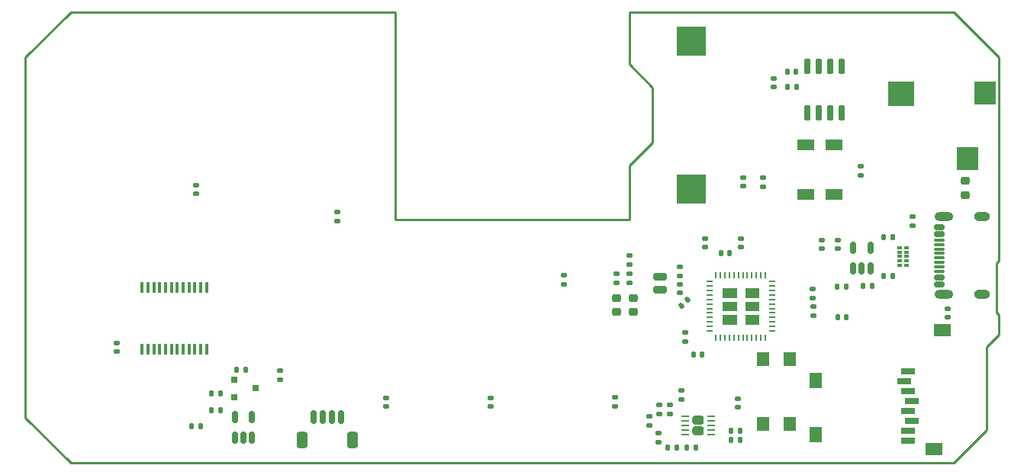
<source format=gbr>
%TF.GenerationSoftware,KiCad,Pcbnew,9.0.0*%
%TF.CreationDate,2025-08-25T22:56:13+01:00*%
%TF.ProjectId,FED3,46454433-2e6b-4696-9361-645f70636258,rev?*%
%TF.SameCoordinates,Original*%
%TF.FileFunction,Paste,Top*%
%TF.FilePolarity,Positive*%
%FSLAX46Y46*%
G04 Gerber Fmt 4.6, Leading zero omitted, Abs format (unit mm)*
G04 Created by KiCad (PCBNEW 9.0.0) date 2025-08-25 22:56:13*
%MOMM*%
%LPD*%
G01*
G04 APERTURE LIST*
G04 Aperture macros list*
%AMRoundRect*
0 Rectangle with rounded corners*
0 $1 Rounding radius*
0 $2 $3 $4 $5 $6 $7 $8 $9 X,Y pos of 4 corners*
0 Add a 4 corners polygon primitive as box body*
4,1,4,$2,$3,$4,$5,$6,$7,$8,$9,$2,$3,0*
0 Add four circle primitives for the rounded corners*
1,1,$1+$1,$2,$3*
1,1,$1+$1,$4,$5*
1,1,$1+$1,$6,$7*
1,1,$1+$1,$8,$9*
0 Add four rect primitives between the rounded corners*
20,1,$1+$1,$2,$3,$4,$5,0*
20,1,$1+$1,$4,$5,$6,$7,0*
20,1,$1+$1,$6,$7,$8,$9,0*
20,1,$1+$1,$8,$9,$2,$3,0*%
G04 Aperture macros list end*
%ADD10C,0.100000*%
%ADD11RoundRect,0.135000X-0.135000X-0.185000X0.135000X-0.185000X0.135000X0.185000X-0.135000X0.185000X0*%
%ADD12R,1.400000X1.600000*%
%ADD13RoundRect,0.140000X-0.170000X0.140000X-0.170000X-0.140000X0.170000X-0.140000X0.170000X0.140000X0*%
%ADD14RoundRect,0.140000X0.170000X-0.140000X0.170000X0.140000X-0.170000X0.140000X-0.170000X-0.140000X0*%
%ADD15RoundRect,0.200000X-0.550000X0.200000X-0.550000X-0.200000X0.550000X-0.200000X0.550000X0.200000X0*%
%ADD16RoundRect,0.135000X0.135000X0.185000X-0.135000X0.185000X-0.135000X-0.185000X0.135000X-0.185000X0*%
%ADD17RoundRect,0.135000X-0.185000X0.135000X-0.185000X-0.135000X0.185000X-0.135000X0.185000X0.135000X0*%
%ADD18RoundRect,0.140000X0.140000X0.170000X-0.140000X0.170000X-0.140000X-0.170000X0.140000X-0.170000X0*%
%ADD19R,3.200000X3.200000*%
%ADD20RoundRect,0.218750X-0.256250X0.218750X-0.256250X-0.218750X0.256250X-0.218750X0.256250X0.218750X0*%
%ADD21RoundRect,0.135000X0.185000X-0.135000X0.185000X0.135000X-0.185000X0.135000X-0.185000X-0.135000X0*%
%ADD22R,0.800000X0.700000*%
%ADD23RoundRect,0.075000X0.200000X-0.075000X0.200000X0.075000X-0.200000X0.075000X-0.200000X-0.075000X0*%
%ADD24R,0.400000X1.200000*%
%ADD25RoundRect,0.237500X0.397500X0.237500X-0.397500X0.237500X-0.397500X-0.237500X0.397500X-0.237500X0*%
%ADD26RoundRect,0.062500X0.350000X0.062500X-0.350000X0.062500X-0.350000X-0.062500X0.350000X-0.062500X0*%
%ADD27R,1.900000X1.300000*%
%ADD28RoundRect,0.150000X0.150000X-0.512500X0.150000X0.512500X-0.150000X0.512500X-0.150000X-0.512500X0*%
%ADD29R,1.500000X0.700000*%
%ADD30R,1.400000X1.800000*%
%ADD31R,1.900000X1.400000*%
%ADD32RoundRect,0.140000X-0.021213X0.219203X-0.219203X0.021213X0.021213X-0.219203X0.219203X-0.021213X0*%
%ADD33RoundRect,0.150000X0.150000X-0.725000X0.150000X0.725000X-0.150000X0.725000X-0.150000X-0.725000X0*%
%ADD34RoundRect,0.150000X0.150000X0.625000X-0.150000X0.625000X-0.150000X-0.625000X0.150000X-0.625000X0*%
%ADD35RoundRect,0.250000X0.350000X0.650000X-0.350000X0.650000X-0.350000X-0.650000X0.350000X-0.650000X0*%
%ADD36R,0.750000X0.250000*%
%ADD37R,0.250000X0.750000*%
%ADD38RoundRect,0.140000X-0.140000X-0.170000X0.140000X-0.170000X0.140000X0.170000X-0.140000X0.170000X0*%
%ADD39RoundRect,0.150000X0.425000X-0.150000X0.425000X0.150000X-0.425000X0.150000X-0.425000X-0.150000X0*%
%ADD40RoundRect,0.075000X0.500000X-0.075000X0.500000X0.075000X-0.500000X0.075000X-0.500000X-0.075000X0*%
%ADD41O,2.100000X1.000000*%
%ADD42O,1.800000X1.000000*%
%ADD43R,2.400000X2.550000*%
%ADD44R,2.900000X2.750000*%
%TA.AperFunction,Profile*%
%ADD45C,0.250000*%
%TD*%
G04 APERTURE END LIST*
D10*
%TO.C,U1*%
X173350000Y-111637500D02*
X171850000Y-111637500D01*
X171850000Y-110637500D01*
X173350000Y-110637500D01*
X173350000Y-111637500D01*
G36*
X173350000Y-111637500D02*
G01*
X171850000Y-111637500D01*
X171850000Y-110637500D01*
X173350000Y-110637500D01*
X173350000Y-111637500D01*
G37*
X173350000Y-113137500D02*
X171850000Y-113137500D01*
X171850000Y-112137500D01*
X173350000Y-112137500D01*
X173350000Y-113137500D01*
G36*
X173350000Y-113137500D02*
G01*
X171850000Y-113137500D01*
X171850000Y-112137500D01*
X173350000Y-112137500D01*
X173350000Y-113137500D01*
G37*
X173350000Y-114637500D02*
X171850000Y-114637500D01*
X171850000Y-113637500D01*
X173350000Y-113637500D01*
X173350000Y-114637500D01*
G36*
X173350000Y-114637500D02*
G01*
X171850000Y-114637500D01*
X171850000Y-113637500D01*
X173350000Y-113637500D01*
X173350000Y-114637500D01*
G37*
X175850000Y-111637500D02*
X174350000Y-111637500D01*
X174350000Y-110637500D01*
X175850000Y-110637500D01*
X175850000Y-111637500D01*
G36*
X175850000Y-111637500D02*
G01*
X174350000Y-111637500D01*
X174350000Y-110637500D01*
X175850000Y-110637500D01*
X175850000Y-111637500D01*
G37*
X175850000Y-113137500D02*
X174350000Y-113137500D01*
X174350000Y-112137500D01*
X175850000Y-112137500D01*
X175850000Y-113137500D01*
G36*
X175850000Y-113137500D02*
G01*
X174350000Y-113137500D01*
X174350000Y-112137500D01*
X175850000Y-112137500D01*
X175850000Y-113137500D01*
G37*
X175850000Y-114637500D02*
X174350000Y-114637500D01*
X174350000Y-113637500D01*
X175850000Y-113637500D01*
X175850000Y-114637500D01*
G36*
X175850000Y-114637500D02*
G01*
X174350000Y-114637500D01*
X174350000Y-113637500D01*
X175850000Y-113637500D01*
X175850000Y-114637500D01*
G37*
%TD*%
D11*
%TO.C,R26*%
X172762079Y-127521048D03*
X173782079Y-127521048D03*
%TD*%
D12*
%TO.C,SW2*%
X179300000Y-118525000D03*
X179300000Y-125725000D03*
X176300000Y-118525000D03*
X176300000Y-125725000D03*
%TD*%
D13*
%TO.C,C18*%
X167100000Y-110220000D03*
X167100000Y-111180000D03*
%TD*%
D14*
%TO.C,C17*%
X167100000Y-109252500D03*
X167100000Y-108292500D03*
%TD*%
D11*
%TO.C,R17*%
X167890000Y-128300000D03*
X168910000Y-128300000D03*
%TD*%
D13*
%TO.C,C21*%
X196860000Y-112890000D03*
X196860000Y-113850000D03*
%TD*%
D15*
%TO.C,X2*%
X164870000Y-109347500D03*
X164870000Y-110847500D03*
%TD*%
D16*
%TO.C,R24*%
X190756000Y-104927400D03*
X189736000Y-104927400D03*
%TD*%
D11*
%TO.C,R6*%
X179010000Y-88300000D03*
X180030000Y-88300000D03*
%TD*%
D17*
%TO.C,R25*%
X192900000Y-102710000D03*
X192900000Y-103730000D03*
%TD*%
D14*
%TO.C,C10*%
X174155500Y-99292400D03*
X174155500Y-98332400D03*
%TD*%
D18*
%TO.C,C1*%
X179980000Y-86600000D03*
X179020000Y-86600000D03*
%TD*%
D19*
%TO.C,B1*%
X168415100Y-83170200D03*
X168415100Y-99621000D03*
%TD*%
D20*
%TO.C,CHG0*%
X198790000Y-98732500D03*
X198790000Y-100307500D03*
%TD*%
%TO.C,L1*%
X161940000Y-111732500D03*
X161940000Y-113307500D03*
%TD*%
D17*
%TO.C,R5*%
X181900000Y-112690000D03*
X181900000Y-113710000D03*
%TD*%
D21*
%TO.C,R14*%
X167309800Y-123038400D03*
X167309800Y-122018400D03*
%TD*%
D14*
%TO.C,C8*%
X134500000Y-123780000D03*
X134500000Y-122820000D03*
%TD*%
D22*
%TO.C,Q1*%
X117650000Y-120812500D03*
X117650000Y-122712500D03*
X120050000Y-121762500D03*
%TD*%
D23*
%TO.C,D1*%
X192227200Y-108121200D03*
X192227200Y-107621200D03*
X192227200Y-107121200D03*
X192227200Y-106621200D03*
X192227200Y-106121200D03*
X191457200Y-106121200D03*
X191457200Y-106621200D03*
X191457200Y-107121200D03*
X191457200Y-107621200D03*
X191457200Y-108121200D03*
%TD*%
D14*
%TO.C,C6*%
X159950000Y-123730000D03*
X159950000Y-122770000D03*
%TD*%
D13*
%TO.C,C3*%
X104600000Y-116720000D03*
X104600000Y-117680000D03*
%TD*%
%TO.C,C16*%
X164750000Y-126770000D03*
X164750000Y-127730000D03*
%TD*%
D21*
%TO.C,R12*%
X167670000Y-116535000D03*
X167670000Y-115515000D03*
%TD*%
D24*
%TO.C,IC2*%
X114586100Y-110581600D03*
X113936100Y-110581600D03*
X113286100Y-110581600D03*
X112636100Y-110581600D03*
X111986100Y-110581600D03*
X111336100Y-110581600D03*
X110686100Y-110581600D03*
X110036100Y-110581600D03*
X109386100Y-110581600D03*
X108736100Y-110581600D03*
X108086100Y-110581600D03*
X107436100Y-110581600D03*
X107436100Y-117421600D03*
X108086100Y-117421600D03*
X108736100Y-117421600D03*
X109386100Y-117421600D03*
X110036100Y-117421600D03*
X110686100Y-117421600D03*
X111336100Y-117421600D03*
X111986100Y-117421600D03*
X112636100Y-117421600D03*
X113286100Y-117421600D03*
X113936100Y-117421600D03*
X114586100Y-117421600D03*
%TD*%
D16*
%TO.C,R23*%
X190756000Y-109321600D03*
X189736000Y-109321600D03*
%TD*%
D25*
%TO.C,U3*%
X169170600Y-126490000D03*
X169170600Y-125310000D03*
D26*
X170608100Y-126900000D03*
X170608100Y-126400000D03*
X170608100Y-125900000D03*
X170608100Y-125400000D03*
X170608100Y-124900000D03*
X167733100Y-124900000D03*
X167733100Y-125400000D03*
X167733100Y-125900000D03*
X167733100Y-126400000D03*
X167733100Y-126900000D03*
%TD*%
D27*
%TO.C,X1*%
X181039100Y-94741600D03*
X181039100Y-100241600D03*
X184239100Y-100241600D03*
X184239100Y-94741600D03*
%TD*%
D11*
%TO.C,R8*%
X115090000Y-122300000D03*
X116110000Y-122300000D03*
%TD*%
D28*
%TO.C,IC1*%
X117750000Y-127237500D03*
X118700000Y-127237500D03*
X119650000Y-127237500D03*
X119650000Y-124962500D03*
X117750000Y-124962500D03*
%TD*%
D14*
%TO.C,C19*%
X173880000Y-106067500D03*
X173880000Y-105107500D03*
%TD*%
D29*
%TO.C,X4*%
X192410000Y-119900000D03*
X192010000Y-121000000D03*
X192410000Y-122100000D03*
X192810000Y-123200000D03*
X192410000Y-124300000D03*
X192810000Y-125400000D03*
X192410000Y-126500000D03*
X192410000Y-127600000D03*
D30*
X182210000Y-126900000D03*
X182210000Y-120900000D03*
D31*
X195310000Y-128500000D03*
X196210000Y-115300000D03*
%TD*%
D32*
%TO.C,C23*%
X167959411Y-111940589D03*
X167280589Y-112619411D03*
%TD*%
D21*
%TO.C,R15*%
X160080000Y-110030000D03*
X160080000Y-109010000D03*
%TD*%
D11*
%TO.C,R11*%
X187390000Y-110400000D03*
X188410000Y-110400000D03*
%TD*%
D20*
%TO.C,L0*%
X160050000Y-111732500D03*
X160050000Y-113307500D03*
%TD*%
D33*
%TO.C,IC4*%
X181242100Y-91176600D03*
X182512100Y-91176600D03*
X183782100Y-91176600D03*
X185052100Y-91176600D03*
X185052100Y-86026600D03*
X183782100Y-86026600D03*
X182512100Y-86026600D03*
X181242100Y-86026600D03*
%TD*%
D14*
%TO.C,C15*%
X184625000Y-106230000D03*
X184625000Y-105270000D03*
%TD*%
%TO.C,C7*%
X146150000Y-123780000D03*
X146150000Y-122820000D03*
%TD*%
D34*
%TO.C,AUX_I2C0*%
X129500000Y-124975000D03*
X128500000Y-124975000D03*
X127500000Y-124975000D03*
X126500000Y-124975000D03*
D35*
X130800000Y-127500000D03*
X125200000Y-127500000D03*
%TD*%
D18*
%TO.C,C4*%
X113905000Y-125950000D03*
X112945000Y-125950000D03*
%TD*%
D14*
%TO.C,C12*%
X169880000Y-106067500D03*
X169880000Y-105107500D03*
%TD*%
D16*
%TO.C,R16*%
X166795400Y-128300000D03*
X165775400Y-128300000D03*
%TD*%
D21*
%TO.C,R13*%
X161550000Y-108010000D03*
X161550000Y-106990000D03*
%TD*%
D36*
%TO.C,U1*%
X170375000Y-109887500D03*
X170375000Y-110387500D03*
X170375000Y-110887500D03*
X170375000Y-111387500D03*
X170375000Y-111887500D03*
X170375000Y-112387500D03*
X170375000Y-112887500D03*
X170375000Y-113387500D03*
X170375000Y-113887500D03*
X170375000Y-114387500D03*
X170375000Y-114887500D03*
X170375000Y-115387500D03*
D37*
X171100000Y-116112500D03*
X171600000Y-116112500D03*
X172100000Y-116112500D03*
X172600000Y-116112500D03*
X173100000Y-116112500D03*
X173600000Y-116112500D03*
X174100000Y-116112500D03*
X174600000Y-116112500D03*
X175100000Y-116112500D03*
X175600000Y-116112500D03*
X176100000Y-116112500D03*
X176600000Y-116112500D03*
D36*
X177325000Y-115387500D03*
X177325000Y-114887500D03*
X177325000Y-114387500D03*
X177325000Y-113887500D03*
X177325000Y-113387500D03*
X177325000Y-112887500D03*
X177325000Y-112387500D03*
X177325000Y-111887500D03*
X177325000Y-111387500D03*
X177325000Y-110887500D03*
X177325000Y-110387500D03*
X177325000Y-109887500D03*
D37*
X176600000Y-109162500D03*
X176100000Y-109162500D03*
X175600000Y-109162500D03*
X175100000Y-109162500D03*
X174600000Y-109162500D03*
X174100000Y-109162500D03*
X173600000Y-109162500D03*
X173100000Y-109162500D03*
X172600000Y-109162500D03*
X172100000Y-109162500D03*
X171600000Y-109162500D03*
X171100000Y-109162500D03*
%TD*%
D14*
%TO.C,C2*%
X177500000Y-88280000D03*
X177500000Y-87320000D03*
%TD*%
D38*
%TO.C,C14*%
X184620000Y-113850000D03*
X185580000Y-113850000D03*
%TD*%
D18*
%TO.C,C22*%
X169550000Y-117980000D03*
X168590000Y-117980000D03*
%TD*%
D14*
%TO.C,C13*%
X182825000Y-106280000D03*
X182825000Y-105320000D03*
%TD*%
D17*
%TO.C,R10*%
X187150000Y-97100000D03*
X187150000Y-98120000D03*
%TD*%
%TO.C,R21*%
X161550000Y-109010000D03*
X161550000Y-110030000D03*
%TD*%
%TO.C,R4*%
X181850000Y-110690000D03*
X181850000Y-111710000D03*
%TD*%
D21*
%TO.C,R9*%
X122760000Y-120840000D03*
X122760000Y-119820000D03*
%TD*%
%TO.C,R20*%
X163700000Y-125860000D03*
X163700000Y-124840000D03*
%TD*%
%TO.C,R1*%
X129100000Y-103210000D03*
X129100000Y-102190000D03*
%TD*%
%TO.C,R18*%
X164800000Y-124585000D03*
X164800000Y-123565000D03*
%TD*%
%TO.C,R3*%
X176309100Y-99353600D03*
X176309100Y-98333600D03*
%TD*%
D18*
%TO.C,C11*%
X185530000Y-110450000D03*
X184570000Y-110450000D03*
%TD*%
D39*
%TO.C,J3*%
X195854200Y-110233600D03*
X195854200Y-109433600D03*
D40*
X195854200Y-108283600D03*
X195854200Y-107283600D03*
X195854200Y-106783600D03*
X195854200Y-105783600D03*
D39*
X195854200Y-104633600D03*
X195854200Y-103833600D03*
X195854200Y-103833600D03*
X195854200Y-104633600D03*
D40*
X195854200Y-105283600D03*
X195854200Y-106283600D03*
X195854200Y-107783600D03*
X195854200Y-108783600D03*
D39*
X195854200Y-109433600D03*
X195854200Y-110233600D03*
D41*
X196429200Y-111353600D03*
D42*
X200609200Y-111353600D03*
D41*
X196429200Y-102713600D03*
D42*
X200609200Y-102713600D03*
%TD*%
D21*
%TO.C,R19*%
X166000000Y-124585000D03*
X166000000Y-123565000D03*
%TD*%
D18*
%TO.C,C24*%
X172640000Y-106780000D03*
X171680000Y-106780000D03*
%TD*%
D11*
%TO.C,R22*%
X117880000Y-119700000D03*
X118900000Y-119700000D03*
%TD*%
D38*
%TO.C,C20*%
X172820000Y-126475000D03*
X173780000Y-126475000D03*
%TD*%
D14*
%TO.C,C5*%
X173500000Y-123880000D03*
X173500000Y-122920000D03*
%TD*%
D21*
%TO.C,R2*%
X154200000Y-110210000D03*
X154200000Y-109190000D03*
%TD*%
D13*
%TO.C,C9*%
X113390000Y-99210000D03*
X113390000Y-100170000D03*
%TD*%
D16*
%TO.C,R7*%
X116110000Y-124150000D03*
X115090000Y-124150000D03*
%TD*%
D43*
%TO.C,EXT0*%
X199044300Y-96289800D03*
D44*
X191644300Y-89039800D03*
D43*
X200944300Y-88939800D03*
%TD*%
D28*
%TO.C,U2*%
X186350000Y-108437500D03*
X187300000Y-108437500D03*
X188250000Y-108437500D03*
X188250000Y-106162500D03*
X186350000Y-106162500D03*
%TD*%
D45*
X201101100Y-126403600D02*
X201101100Y-117203600D01*
X161501100Y-103003600D02*
X135501100Y-103003600D01*
X161501100Y-80003600D02*
X161501100Y-85751600D01*
X161501100Y-85751600D02*
X164097100Y-88347600D01*
X99501100Y-80003600D02*
X94501100Y-85003600D01*
X202221100Y-107883600D02*
X202501100Y-107603600D01*
X202501100Y-85003600D02*
X197501100Y-80003600D01*
X202221100Y-113323600D02*
X202221100Y-107883600D01*
X202501100Y-107603600D02*
X202501100Y-85003600D01*
X161501100Y-96983600D02*
X161501100Y-103003600D01*
X202501100Y-113603600D02*
X202221100Y-113323600D01*
X135501100Y-103003600D02*
X135501100Y-80003600D01*
X94501100Y-125003600D02*
X99501100Y-130003600D01*
X164097100Y-88347600D02*
X164097100Y-94443600D01*
X197501100Y-130003600D02*
X201101100Y-126403600D01*
X197501100Y-80003600D02*
X161501100Y-80003600D01*
X202501100Y-115803600D02*
X202501100Y-113603600D01*
X94501100Y-85003600D02*
X94501100Y-125003600D01*
X99501100Y-130003600D02*
X197501100Y-130003600D01*
X164097100Y-94443600D02*
X161501100Y-96983600D01*
X201101100Y-117203600D02*
X202501100Y-115803600D01*
X135501100Y-80003600D02*
X99501100Y-80003600D01*
M02*

</source>
